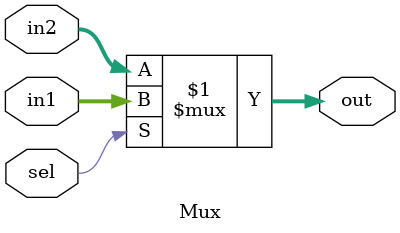
<source format=v>
module Mux#(parameter w = 32)(input[w-1:0] in1, in2, input sel, output[w-1:0] out);
    assign out = sel ? in1 : in2;
endmodule
</source>
